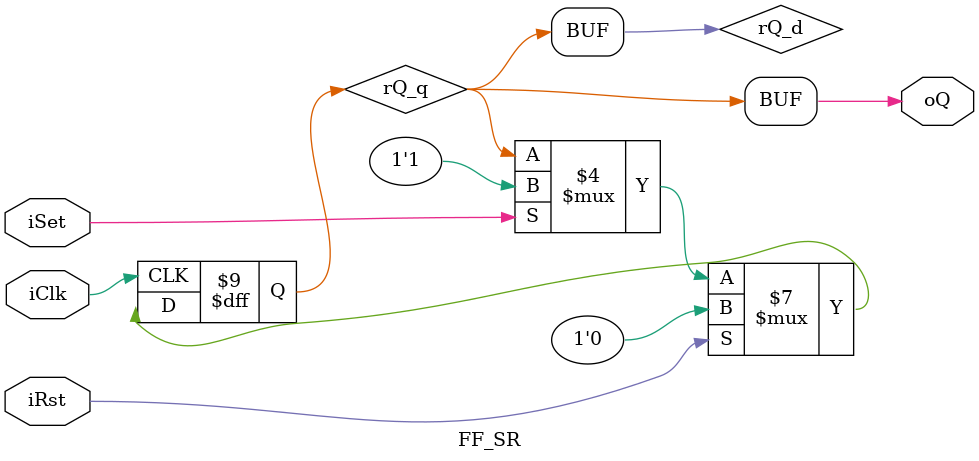
<source format=v>
/*!
    \brief      <b>Flip Flop SR</b>\n
    \details    
                \n
    \file       FF_SR.v
    \author     amr/carlos.l.bernal\@intel.com
    \date       Dic 28, 2012
    \brief      $RCSfile: FF_SR.v.rca $
                $Date: Fri Feb 15 17:52:31 2013 $
                $Author: edgarara $
                $Revision: 1.3 $
                $Aliases: Arandas_20130312_1720_006C,Arandas_20130314_1025_006C,Arandas_20130321_1930_0100,Arandas_20130623_1550_0102,BellavistaVRTBCodeBase_20130705_0950,Arandas_20130802_2240_0103,BellavistaVRTB_20130912_1700,Durango-FabA-0x0021,Durango-FabA-0x0022,Durango-FabA-0x0023,Durango-FabA-0x0024,Durango-FabA-0x0025,Durango-FabA-0x0028,Durango-FabA-0x0029,Durango-FabA-0x002A,Durango-FabA-0x002B,Durango-FabA-0x0101,Rev_0x0D,ColimaFabA0x0001,ColimaFabA0x0002,ColimaFabA0x0003,DurangoFabA0x0104,DurangoFabA0x0105,ColimaFabA0x0004,DurangoFabA0x0106,ColimaFabA0x0006,DurangoFabA0x0110,ColimaFabA0x000C,ColimaFabA0x000D,DurangoFabA0x0116,DurangoFabA0x0117,DurangoFabA0x011A,DurangoFabA0x011B,Arandas_20131223_1100_0104,Durango0x0120,Durango0x0123,Durango0x0124,Durango0x0125,Colima0x0011,Durango0x0127,Colima0x0013,Durango0x0128,Durango0x0129,Colima0x0017,Colima0x001A,Colima0x001B,Colima0x002D,Durango0x012D,Durango0x012E,Colima0x001E,Durango0x0133,Durango0x0134,Durango0x0136,Durango0x0137,Durango0x0138,Durango0x013A $
                <b>Project:</b> FPGA coding\n
                <b>Group:</b> PVE-VHG\n
                <b>Testbench:</b> FR_SRTB\n
                <b>Resources:</b>   <ol>
                                        <li>Spartan3AN 
                                            - 1 Slice
                                    </ol>
                <b>Instances:</b>   <ol>

                                    </ol>            
                <b>References:</b>  <ol>
                                        <li>Arandas
                                        <li>Summer Valley
                                    </ol>
                <b>Block Diagram:</b>
    \verbatim
        +------------------+
 -----> |> iClk     .   oQ |----->
 -----> |  iRst     .      |
 -----> |  iSet     .      |
        +------------------+
               FF_D
    \endverbatim
     
    \version    
                20121228 \b clbernal - File creation\n
                20130214 \b edgarara - Added Comments and Documentation Format\n    
    \copyright Intel Proprietary -- Copyright 2015 Intel -- All rights reserved
*/
//////////////////////////////////////////////////////////////////////////////////

`timescale 1ns / 1ps
//////////////////////////////////////////////////////////////////////////////////
//      FF SR
//////////////////////////////////////////////////////////////////////////////////
module FF_SR //% Flip Flop SR
(
                    //% Clock Input<br>
    input           iClk,
                    //% Asynchronous Reset Input<br>
    input           iRst,
                    //% Register Set<br>
    input           iSet,
                    //% Register Output<br>
    output          oQ
);

//////////////////////////////////////////////////////////////////////////////////
// Includes
//////////////////////////////////////////////////////////////////////////////////

//////////////////////////////////////////////////////////////////////////////////
// Defines
//////////////////////////////////////////////////////////////////////////////////

//////////////////////////////////////////////////////////////////////////////////
// Internal Signals
//////////////////////////////////////////////////////////////////////////////////
//%
reg    rQ_d;
reg    rQ_q;
//////////////////////////////////////////////////////////////////////////////////
// Continous assigments
//////////////////////////////////////////////////////////////////////////////////
assign  oQ    =   rQ_q;
//////////////////////////////////////////////////////////////////////////////////
// Sequential logic
//////////////////////////////////////////////////////////////////////////////////
always @(posedge iClk)
begin
    if(iRst)                            //Reset?
    begin
        rQ_q    <=    1'b0;             //Yes, then reset the register output to 0.
    end
    else
    begin
        if(iSet)
        begin
            rQ_q    <=    1'b1;         //No, then if iSet is up, set the register
        end                             //output to 1.
        else
        begin
            rQ_q    <=    rQ_d;        //else, the register output doesn't change.
        end
    end
end
//////////////////////////////////////////////////////////////////////////////////
// Combinational logic
//////////////////////////////////////////////////////////////////////////////////
always @*
begin
    rQ_d    =   rQ_q;
end
//////////////////////////////////////////////////////////////////////////////////
// Instances
//////////////////////////////////////////////////////////////////////////////////

//////////////////////////////////////////////////////////////////////////////////
endmodule
</source>
